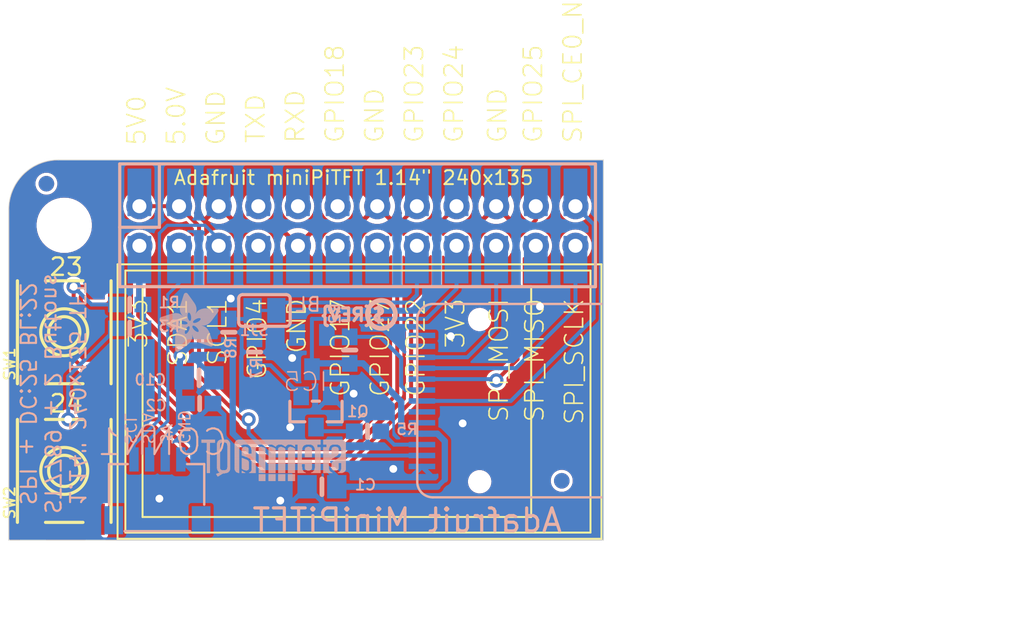
<source format=kicad_pcb>
(kicad_pcb (version 20221018) (generator pcbnew)
  (layers (0 "F.Cu" signal) (31 "B.Cu" signal) (34 "B.Paste" user) (35 "F.Paste" user) (36 "B.SilkS" user "B.Silkscreen") (37 "F.SilkS" user "F.Silkscreen") (38 "B.Mask" user) (39 "F.Mask" user) (44 "Edge.Cuts" user))
  (net 0 "")
  (net 1 "GND")
  (net 2 "3.3V")
  (net 3 "TFT_RST")
  (net 4 "TFT_DC")
  (net 5 "N$1")
  (net 6 "LED_K")
  (net 7 "N$5")
  (net 8 "BACKLIGHT")
  (net 9 "SCLK")
  (net 10 "MOSI")
  (net 11 "TFT_CS")
  (net 12 "5.0V")
  (net 13 "BUTTONB")
  (net 14 "BUTTONA")
  (net 15 "GPIO4")
  (net 16 "GPIO17")
  (net 17 "GPIO27")
  (net 18 "MISO")
  (net 19 "GPIO18")
  (net 20 "RXD")
  (net 21 "TXD")
  (net 22 "SCL")
  (net 23 "SDA")
  (net 24 "GPIO22")
  (footprint "working:EVQ-Q2_SMALLER" (layer "F.Cu") (at 133.0071 112.7506 90)
    (fp_text reference "SW2" (at -3.175 -3.5 90) (layer "F.SilkS") (effects (font (size 0.692831 0.692831) (thickness 0.119969)) (justify left)))
    (fp_text value "")
    (pad "A" smd rect (at -3.1 2 90) (size 2 1.2) (layers "F.Cu" "F.Paste" "F.Mask") (net 13 "BUTTONB"))
    (pad "A'" smd rect (at 3.1 2 90) (size 2 1.2) (layers "F.Cu" "F.Paste" "F.Mask") (net 13 "BUTTONB"))
    (pad "B" smd rect (at -3.1 -2 90) (size 2 1.2) (layers "F.Cu" "F.Paste" "F.Mask") (net 1 "GND"))
    (pad "B'" smd rect (at 3.1 -2 90) (size 2 1.2) (layers "F.Cu" "F.Paste" "F.Mask") (net 1 "GND"))
  )
  (footprint "" (layer "F.Cu") (at 133.0071 97.0026)
    (fp_text reference "@HOLE0" hide)
    (fp_text value "" (at 0 0) (layer "F.SilkS") (effects (font (size 1.27 1.27))))
    (pad "" np_thru_hole circle (at 0 0) (size 3.048 3.048) (drill 3.048) (layers "*.Cu" "*.Mask"))
  )
  (footprint "working:TFT_1.14IN_240X135_WRAPAROUND" (layer "F.Cu") (at 167.4241 108.3056 90)
    (fp_text reference "DISP1" hide)
    (fp_text value "DISP_LCD_GENERIC_SPI_1.14IN_13P" hide)
    (pad "" np_thru_hole circle (at -5.14 -7.8 90) (size 1 1) (drill 1) (layers "*.Cu" "*.Mask"))
    (pad "" np_thru_hole circle (at 5.26 -7.8 90) (size 1 1) (drill 1) (layers "*.Cu" "*.Mask"))
    (pad "1" smd rect (at 4.24 -11.5) (size 1.7 0.35) (layers "B.Cu" "B.Mask"))
    (pad "2" smd rect (at 3.54 -11.5) (size 1.7 0.35) (layers "B.Cu" "B.Mask"))
    (pad "3" smd rect (at 2.84 -11.5) (size 1.7 0.35) (layers "B.Cu" "B.Mask") (net 10 "MOSI"))
    (pad "4" smd rect (at 2.14 -11.5) (size 1.7 0.35) (layers "B.Cu" "B.Mask") (net 9 "SCLK"))
    (pad "5" smd rect (at 1.44 -11.5) (size 1.7 0.35) (layers "B.Cu" "B.Mask") (net 4 "TFT_DC"))
    (pad "6" smd rect (at 0.74 -11.5) (size 1.7 0.35) (layers "B.Cu" "B.Mask") (net 3 "TFT_RST"))
    (pad "7" smd rect (at 0.04 -11.5) (size 1.7 0.35) (layers "B.Cu" "B.Mask") (net 11 "TFT_CS"))
    (pad "8" smd rect (at -0.66 -11.5) (size 1.7 0.35) (layers "B.Cu" "B.Mask") (net 1 "GND"))
    (pad "9" smd rect (at -1.36 -11.5) (size 1.7 0.35) (layers "B.Cu" "B.Mask"))
    (pad "10" smd rect (at -2.06 -11.5) (size 1.7 0.35) (layers "B.Cu" "B.Mask") (net 2 "3.3V"))
    (pad "11" smd rect (at -2.76 -11.5) (size 1.7 0.35) (layers "B.Cu" "B.Mask") (net 6 "LED_K"))
    (pad "12" smd rect (at -3.46 -11.5) (size 1.7 0.35) (layers "B.Cu" "B.Mask") (net 12 "5.0V"))
    (pad "13" smd rect (at -4.16 -11.5) (size 1.7 0.35) (layers "B.Cu" "B.Mask") (net 1 "GND"))
  )
  (footprint "working:FIDUCIAL_1MM" (layer "F.Cu") (at 164.8841 113.3856)
    (fp_text reference "FID2" hide)
    (fp_text value "FIDUCIAL_1MM" hide)
    (pad "1" smd roundrect (at 0 0) (size 1 1) (layers "F.Cu" "F.Mask") (roundrect_rratio 0.5))
  )
  (footprint "working:EVQ-Q2_SMALLER" (layer "F.Cu") (at 133.0071 103.8606 90)
    (fp_text reference "SW1" (at -3.175 -3.5 90) (layer "F.SilkS") (effects (font (size 0.692831 0.692831) (thickness 0.119969)) (justify left)))
    (fp_text value "")
    (pad "A" smd rect (at -3.1 2 90) (size 2 1.2) (layers "F.Cu" "F.Paste" "F.Mask") (net 14 "BUTTONA"))
    (pad "A'" smd rect (at 3.1 2 90) (size 2 1.2) (layers "F.Cu" "F.Paste" "F.Mask") (net 14 "BUTTONA"))
    (pad "B" smd rect (at -3.1 -2 90) (size 2 1.2) (layers "F.Cu" "F.Paste" "F.Mask") (net 1 "GND"))
    (pad "B'" smd rect (at 3.1 -2 90) (size 2 1.2) (layers "F.Cu" "F.Paste" "F.Mask") (net 1 "GND"))
  )
  (footprint "working:FIDUCIAL_1MM" (layer "F.Cu") (at 131.8641 94.3356)
    (fp_text reference "FID1" hide)
    (fp_text value "FIDUCIAL_1MM" hide)
    (pad "1" smd roundrect (at 0 0) (size 1 1) (layers "F.Cu" "F.Mask") (roundrect_rratio 0.5))
  )
  (footprint "working:RASPBERRYPI_2X12_THMSMT" (layer "F.Cu") (at 129.4511 123.5456)
    (fp_text reference "RASPI1" hide)
    (fp_text value "RASPBERRYPI_2X12_THMSMT" hide)
    (fp_text user "SPI_SCLK" (at 35.5476 -21.9334 90) (layer "F.SilkS") (effects (font (size 1.1684 1.1684) (thickness 0.1016)) (justify right top)))
    (fp_text user "GPIO22" (at 25.3876 -21.9334 90) (layer "F.SilkS") (effects (font (size 1.1684 1.1684) (thickness 0.1016)) (justify right top)))
    (fp_text user "GPIO17" (at 20.5616 -21.9334 90) (layer "F.SilkS") (effects (font (size 1.1684 1.1684) (thickness 0.1016)) (justify right top)))
    (fp_text user "SPI_MISO" (at 33.0076 -21.9334 90) (layer "F.SilkS") (effects (font (size 1.1684 1.1684) (thickness 0.1016)) (justify right top)))
    (fp_text user "5V0" (at 8.8776 -31.5854 90) (layer "F.SilkS") (effects (font (size 1.1684 1.1684) (thickness 0.1016)) (justify left bottom)))
    (fp_text user "5.0V" (at 11.4176 -31.5854 90) (layer "F.SilkS") (effects (font (size 1.1684 1.1684) (thickness 0.1016)) (justify left bottom)))
    (fp_text user "SDA1" (at 10.1476 -21.9334 90) (layer "F.SilkS") (effects (font (size 1.1684 1.1684) (thickness 0.1016)) (justify right top)))
    (fp_text user "GPIO24" (at 29.1976 -31.7378 90) (layer "F.SilkS") (effects (font (size 1.1684 1.1684) (thickness 0.1016)) (justify left bottom)))
    (fp_text user "GND" (at 13.9576 -31.5854 90) (layer "F.SilkS") (effects (font (size 1.1684 1.1684) (thickness 0.1016)) (justify left bottom)))
    (fp_text user "GND" (at 31.9916 -31.7378 90) (layer "F.SilkS") (effects (font (size 1.1684 1.1684) (thickness 0.1016)) (justify left bottom)))
    (fp_text user "SCL1" (at 12.6876 -21.9334 90) (layer "F.SilkS") (effects (font (size 1.1684 1.1684) (thickness 0.1016)) (justify right top)))
    (fp_text user "GPIO27" (at 23.1016 -21.9334 90) (layer "F.SilkS") (effects (font (size 1.1684 1.1684) (thickness 0.1016)) (justify right top)))
    (fp_text user "3V3" (at 27.9276 -21.9334 90) (layer "F.SilkS") (effects (font (size 1.1684 1.1684) (thickness 0.1016)) (justify right top)))
    (fp_text user "RXD" (at 19.0376 -31.7378 90) (layer "F.SilkS") (effects (font (size 1.1684 1.1684) (thickness 0.1016)) (justify left bottom)))
    (fp_text user "3V3" (at 7.6076 -21.9334 90) (layer "F.SilkS") (effects (font (size 1.1684 1.1684) (thickness 0.1016)) (justify right top)))
    (fp_text user "GND" (at 17.7676 -21.9334 90) (layer "F.SilkS") (effects (font (size 1.1684 1.1684) (thickness 0.1016)) (justify right top)))
    (fp_text user "SPI_CE0_N" (at 36.8176 -31.7378 90) (layer "F.SilkS") (effects (font (size 1.1684 1.1684) (thickness 0.1016)) (justify left bottom)))
    (fp_text user "TXD" (at 16.4976 -31.7378 90) (layer "F.SilkS") (effects (font (size 1.1684 1.1684) (thickness 0.1016)) (justify left bottom)))
    (fp_text user "GND" (at 24.1176 -31.7378 90) (layer "F.SilkS") (effects (font (size 1.1684 1.1684) (thickness 0.1016)) (justify left bottom)))
    (fp_text user "GPIO23" (at 26.6576 -31.7378 90) (layer "F.SilkS") (effects (font (size 1.1684 1.1684) (thickness 0.1016)) (justify left bottom)))
    (fp_text user "GPIO18" (at 21.5776 -31.7378 90) (layer "F.SilkS") (effects (font (size 1.1684 1.1684) (thickness 0.1016)) (justify left bottom)))
    (fp_text user "GPIO4" (at 15.2276 -21.9334 90) (layer "F.SilkS") (effects (font (size 1.1684 1.1684) (thickness 0.1016)) (justify right top)))
    (fp_text user "SPI_MOSI" (at 30.7216 -21.9334 90) (layer "F.SilkS") (effects (font (size 1.1684 1.1684) (thickness 0.1016)) (justify right top)))
    (fp_text user "GPIO25" (at 34.2776 -31.7378 90) (layer "F.SilkS") (effects (font (size 1.1684 1.1684) (thickness 0.1016)) (justify left bottom)))
    (pad "1" thru_hole circle (at 8.37 -25.23) (size 1.6764 1.6764) (drill 0.9) (layers "*.Cu" "*.Mask") (net 2 "3.3V"))
    (pad "2" thru_hole circle (at 8.37 -27.77) (size 1.6764 1.6764) (drill 0.9) (layers "*.Cu" "*.Mask") (net 12 "5.0V"))
    (pad "3" thru_hole circle (at 10.91 -25.23) (size 1.6764 1.6764) (drill 0.9) (layers "*.Cu" "*.Mask") (net 23 "SDA"))
    (pad "4" thru_hole circle (at 10.91 -27.77) (size 1.6764 1.6764) (drill 0.9) (layers "*.Cu" "*.Mask") (net 12 "5.0V"))
    (pad "5" thru_hole circle (at 13.45 -25.23) (size 1.6764 1.6764) (drill 0.9) (layers "*.Cu" "*.Mask") (net 22 "SCL"))
    (pad "6" thru_hole circle (at 13.45 -27.77) (size 1.6764 1.6764) (drill 0.9) (layers "*.Cu" "*.Mask") (net 1 "GND"))
    (pad "7" thru_hole circle (at 15.99 -25.23) (size 1.6764 1.6764) (drill 0.9) (layers "*.Cu" "*.Mask") (net 15 "GPIO4"))
    (pad "8" thru_hole circle (at 15.99 -27.77) (size 1.6764 1.6764) (drill 0.9) (layers "*.Cu" "*.Mask") (net 21 "TXD"))
    (pad "9" thru_hole circle (at 18.53 -25.23) (size 1.6764 1.6764) (drill 0.9) (layers "*.Cu" "*.Mask") (net 1 "GND"))
    (pad "10" thru_hole circle (at 18.53 -27.77) (size 1.6764 1.6764) (drill 0.9) (layers "*.Cu" "*.Mask") (net 20 "RXD"))
    (pad "11" thru_hole circle (at 21.07 -25.23) (size 1.6764 1.6764) (drill 0.9) (layers "*.Cu" "*.Mask") (net 16 "GPIO17"))
    (pad "12" thru_hole circle (at 21.07 -27.77) (size 1.6764 1.6764) (drill 0.9) (layers "*.Cu" "*.Mask") (net 19 "GPIO18"))
    (pad "13" thru_hole circle (at 23.61 -25.23) (size 1.6764 1.6764) (drill 0.9) (layers "*.Cu" "*.Mask") (net 17 "GPIO27"))
    (pad "14" thru_hole circle (at 23.61 -27.77) (size 1.6764 1.6764) (drill 0.9) (layers "*.Cu" "*.Mask") (net 1 "GND"))
    (pad "15" thru_hole circle (at 26.15 -25.23) (size 1.6764 1.6764) (drill 0.9) (layers "*.Cu" "*.Mask") (net 24 "GPIO22"))
    (pad "16" thru_hole circle (at 26.15 -27.77) (size 1.6764 1.6764) (drill 0.9) (layers "*.Cu" "*.Mask") (net 14 "BUTTONA"))
    (pad "17" thru_hole circle (at 28.69 -25.23) (size 1.6764 1.6764) (drill 0.9) (layers "*.Cu" "*.Mask") (net 2 "3.3V"))
    (pad "18" thru_hole circle (at 28.69 -27.77) (size 1.6764 1.6764) (drill 0.9) (layers "*.Cu" "*.Mask") (net 13 "BUTTONB"))
    (pad "19" thru_hole circle (at 31.23 -25.23) (size 1.6764 1.6764) (drill 0.9) (layers "*.Cu" "*.Mask") (net 10 "MOSI"))
    (pad "20" thru_hole circle (at 31.23 -27.77) (size 1.6764 1.6764) (drill 0.9) (layers "*.Cu" "*.Mask") (net 1 "GND"))
    (pad "21" thru_hole circle (at 33.77 -25.23) (size 1.6764 1.6764) (drill 0.9) (layers "*.Cu" "*.Mask") (net 18 "MISO"))
    (pad "22" thru_hole circle (at 33.77 -27.77) (size 1.6764 1.6764) (drill 0.9) (layers "*.Cu" "*.Mask") (net 4 "TFT_DC"))
    (pad "23" thru_hole circle (at 36.31 -25.23) (size 1.6764 1.6764) (drill 0.9) (layers "*.Cu" "*.Mask") (net 9 "SCLK"))
    (pad "24" thru_hole circle (at 36.31 -27.77) (size 1.6764 1.6764) (drill 0.9) (layers "*.Cu" "*.Mask") (net 11 "TFT_CS"))
    (pad "S1" smd rect (at 8.3696 -24.3394 270) (size 3.048 1.524) (layers "B.Cu" "B.Mask"))
    (pad "S2" smd rect (at 8.3696 -28.6574 270) (size 3.048 1.524) (layers "B.Cu" "B.Mask"))
    (pad "S3" smd rect (at 10.9096 -24.3394 90) (size 3.048 1.524) (layers "B.Cu" "B.Mask"))
    (pad "S4" smd rect (at 10.9096 -28.6574 270) (size 3.048 1.524) (layers "B.Cu" "B.Mask"))
    (pad "S5" smd rect (at 13.4496 -24.3394 90) (size 3.048 1.524) (layers "B.Cu" "B.Mask"))
    (pad "S6" smd rect (at 13.4496 -28.6574 270) (size 3.048 1.524) (layers "B.Cu" "B.Mask"))
    (pad "S7" smd rect (at 15.9896 -24.3394 90) (size 3.048 1.524) (layers "B.Cu" "B.Mask"))
    (pad "S8" smd rect (at 15.9896 -28.6574 270) (size 3.048 1.524) (layers "B.Cu" "B.Mask"))
    (pad "S9" smd rect (at 18.5296 -24.3394 90) (size 3.048 1.524) (layers "B.Cu" "B.Mask"))
    (pad "S10" smd rect (at 18.5296 -28.6574 270) (size 3.048 1.524) (layers "B.Cu" "B.Mask"))
    (pad "S11" smd rect (at 21.0696 -24.3394 90) (size 3.048 1.524) (layers "B.Cu" "B.Mask"))
    (pad "S12" smd rect (at 21.0696 -28.6574 270) (size 3.048 1.524) (layers "B.Cu" "B.Mask"))
    (pad "S13" smd rect (at 23.6096 -24.3394 90) (size 3.048 1.524) (layers "B.Cu" "B.Mask"))
    (pad "S14" smd rect (at 23.6096 -28.6574 270) (size 3.048 1.524) (layers "B.Cu" "B.Mask"))
    (pad "S15" smd rect (at 26.1496 -24.3394 90) (size 3.048 1.524) (layers "B.Cu" "B.Mask"))
    (pad "S16" smd rect (at 26.1496 -28.6574 270) (size 3.048 1.524) (layers "B.Cu" "B.Mask"))
    (pad "S17" smd rect (at 28.6896 -24.3394 90) (size 3.048 1.524) (layers "B.Cu" "B.Mask"))
    (pad "S18" smd rect (at 28.6896 -28.6574 270) (size 3.048 1.524) (layers "B.Cu" "B.Mask"))
    (pad "S19" smd rect (at 31.2296 -24.3394 90) (size 3.048 1.524) (layers "B.Cu" "B.Mask"))
    (pad "S20" smd rect (at 31.2296 -28.6574 270) (size 3.048 1.524) (layers "B.Cu" "B.Mask"))
    (pad "S21" smd rect (at 33.7696 -24.3394 90) (size 3.048 1.524) (layers "B.Cu" "B.Mask"))
    (pad "S22" smd rect (at 33.7696 -28.6574 270) (size 3.048 1.524) (layers "B.Cu" "B.Mask"))
    (pad "S23" smd rect (at 36.3096 -24.3394 90) (size 3.048 1.524) (layers "B.Cu" "B.Mask"))
    (pad "S24" smd rect (at 36.3096 -28.6574 270) (size 3.048 1.524) (layers "B.Cu" "B.Mask"))
  )
  (footprint "working:0603-NO" (layer "B.Cu") (at 152.4381 110.2106)
    (fp_text reference "R5" (at 1.778 -0.127) (layer "B.SilkS") (effects (font (size 0.692831 0.692831) (thickness 0.119969)) (justify right mirror)))
    (fp_text value "22")
    (pad "1" smd rect (at -0.85 0) (size 1.075 1) (layers "B.Cu" "B.Paste" "B.Mask") (net 7 "N$5"))
    (pad "2" smd rect (at 0.85 0) (size 1.075 1) (layers "B.Cu" "B.Paste" "B.Mask") (net 6 "LED_K"))
  )
  (footprint "working:0603-NO" (layer "B.Cu") (at 145.1991 105.1306 -90)
    (fp_text reference "R7" (at 1.778 -0.127 -270) (layer "B.SilkS") (effects (font (size 0.692831 0.692831) (thickness 0.119969)) (justify right mirror)))
    (fp_text value "1K")
    (pad "1" smd rect (at -0.85 0 270) (size 1.075 1) (layers "B.Cu" "B.Paste" "B.Mask") (net 8 "BACKLIGHT"))
    (pad "2" smd rect (at 0.85 0 270) (size 1.075 1) (layers "B.Cu" "B.Paste" "B.Mask") (net 5 "N$1"))
  )
  (footprint "working:0603-NO" (layer "B.Cu") (at 151.2951 105.0036 -90)
    (fp_text reference "R2" (at -1.5875 0.9525 -270) (layer "B.SilkS") (effects (font (size 0.692831 0.692831) (thickness 0.119969)) (justify right mirror)))
    (fp_text value "10K")
    (pad "1" smd rect (at -0.85 0 270) (size 1.075 1) (layers "B.Cu" "B.Paste" "B.Mask") (net 3 "TFT_RST"))
    (pad "2" smd rect (at 0.85 0 270) (size 1.075 1) (layers "B.Cu" "B.Paste" "B.Mask") (net 2 "3.3V"))
  )
  (footprint "working:0603-NO" (layer "B.Cu") (at 143.5481 103.8606 -90)
    (fp_text reference "R8" (at 1.778 -0.127 -270) (layer "B.SilkS") (effects (font (size 0.692831 0.692831) (thickness 0.119969)) (justify right mirror)))
    (fp_text value "10K")
    (pad "1" smd rect (at -0.85 0 270) (size 1.075 1) (layers "B.Cu" "B.Paste" "B.Mask") (net 8 "BACKLIGHT"))
    (pad "2" smd rect (at 0.85 0 270) (size 1.075 1) (layers "B.Cu" "B.Paste" "B.Mask") (net 2 "3.3V"))
  )
  (footprint "working:STEMMAQT" (layer "B.Cu") (at 151.0411 113.3856 180)
    (fp_text reference "U$15" hide)
    (fp_text value "" hide)
  )
  (footprint "working:0603-NO" (layer "B.Cu") (at 141.6821 108.4326 180)
    (fp_text reference "C2" (at 2.032 -0.127) (layer "B.SilkS") (effects (font (size 0.692831 0.692831) (thickness 0.119969)) (justify left mirror)))
    (fp_text value "1uF")
    (pad "1" smd rect (at -0.85 0 180) (size 1.075 1) (layers "B.Cu" "B.Paste" "B.Mask") (net 1 "GND"))
    (pad "2" smd rect (at 0.85 0 180) (size 1.075 1) (layers "B.Cu" "B.Paste" "B.Mask") (net 2 "3.3V"))
  )
  (footprint "working:JST_SH4" (layer "B.Cu") (at 138.9761 114.5286 180)
    (fp_text reference "CONN1" (at -4.6 3.614) (layer "B.SilkS") (effects (font (size 1.647139 1.647139) (thickness 0.130861)) (justify left mirror)))
    (fp_text value "STEMMA_I2C_QT" hide)
    (pad "1" smd rect (at -1.5 2.514 90) (size 1.55 0.6) (layers "B.Cu" "B.Paste" "B.Mask") (net 1 "GND"))
    (pad "2" smd rect (at -0.5 2.514 90) (size 1.55 0.6) (layers "B.Cu" "B.Paste" "B.Mask") (net 2 "3.3V"))
    (pad "3" smd rect (at 0.5 2.514 90) (size 1.55 0.6) (layers "B.Cu" "B.Paste" "B.Mask") (net 23 "SDA"))
    (pad "4" smd rect (at 1.5 2.514 90) (size 1.55 0.6) (layers "B.Cu" "B.Paste" "B.Mask") (net 22 "SCL"))
    (pad "MT1" smd rect (at -2.8 -1.386 90) (size 1.8 1.2) (layers "B.Cu" "B.Paste" "B.Mask"))
    (pad "MT2" smd rect (at 2.8 -1.386 90) (size 1.8 1.2) (layers "B.Cu" "B.Paste" "B.Mask"))
  )
  (footprint "working:0805-NO" (layer "B.Cu") (at 149.5171 113.7666)
    (fp_text reference "C1" (at 2.032 -0.127) (layer "B.SilkS") (effects (font (size 0.692831 0.692831) (thickness 0.119969)) (justify right mirror)))
    (fp_text value "10uF")
    (pad "1" smd rect (at -0.95 0) (size 1.24 1.5) (layers "B.Cu" "B.Paste" "B.Mask") (net 1 "GND"))
    (pad "2" smd rect (at 0.95 0) (size 1.24 1.5) (layers "B.Cu" "B.Paste" "B.Mask") (net 2 "3.3V"))
  )
  (footprint "working:SOLDERJUMPER_CLOSEDWIRE" (layer "B.Cu") (at 145.8341 102.4636)
    (fp_text reference "SJ1" (at -1.651 1.27) (layer "B.SilkS") (effects (font (size 0.692831 0.692831) (thickness 0.119969)) (justify right mirror)))
    (fp_text value "")
    (pad "1" smd rect (at -0.762 0) (size 1.1684 1.6002) (layers "B.Cu") (net 8 "BACKLIGHT"))
    (pad "2" smd rect (at 0.762 0) (size 1.1684 1.6002) (layers "B.Cu") (net 24 "GPIO22"))
    (pad "WIRE" smd rect (at 0 0 180) (size 0.635 0.2032) (layers "B.Cu"))
  )
  (footprint "working:PCBFEAT-REV-040" (layer "B.Cu") (at 153.3271 102.7176 180)
    (fp_text reference "U$6" hide)
    (fp_text value "" hide)
    (fp_text user "${REV}" (at -0.3556 -0.508) (layer "B.SilkS") (effects (font (size 0.8128 0.8128) (thickness 0.2032)) (justify left bottom mirror)))
  )
  (footprint "working:FIDUCIAL_1MM" (layer "B.Cu") (at 131.8641 94.3356 180)
    (fp_text reference "FID4" hide)
    (fp_text value "FIDUCIAL_1MM" hide)
    (pad "1" smd roundrect (at 0 0 180) (size 1 1) (layers "B.Cu" "B.Mask") (roundrect_rratio 0.5))
  )
  (footprint "working:0603-NO" (layer "B.Cu") (at 137.1981 102.0826)
    (fp_text reference "R1" (at 1.778 -0.127) (layer "B.SilkS") (effects (font (size 0.692831 0.692831) (thickness 0.119969)) (justify right mirror)))
    (fp_text value "10K")
    (pad "1" smd rect (at -0.85 0) (size 1.075 1) (layers "B.Cu" "B.Paste" "B.Mask") (net 14 "BUTTONA"))
    (pad "2" smd rect (at 0.85 0) (size 1.075 1) (layers "B.Cu" "B.Paste" "B.Mask") (net 2 "3.3V"))
  )
  (footprint "working:0805-NO" (layer "B.Cu") (at 141.6431 106.7816 180)
    (fp_text reference "C10" (at 2.032 -0.127) (layer "B.SilkS") (effects (font (size 0.692831 0.692831) (thickness 0.119969)) (justify left mirror)))
    (fp_text value "10uF")
    (pad "1" smd rect (at -0.95 0 180) (size 1.24 1.5) (layers "B.Cu" "B.Paste" "B.Mask") (net 1 "GND"))
    (pad "2" smd rect (at 0.95 0 180) (size 1.24 1.5) (layers "B.Cu" "B.Paste" "B.Mask") (net 2 "3.3V"))
  )
  (footprint "working:SOT23-WIDE" (layer "B.Cu") (at 149.1361 108.9406)
    (fp_text reference "Q1" (at 1.905 0) (layer "B.SilkS") (effects (font (size 0.692831 0.692831) (thickness 0.119969)) (justify right mirror)))
    (fp_text value "MMBT2222")
    (pad "1" smd rect (at -0.95 -1) (size 1 1.2) (layers "B.Cu" "B.Paste" "B.Mask") (net 5 "N$1"))
    (pad "2" smd rect (at 0.95 -1) (size 1 1.2) (layers "B.Cu" "B.Paste" "B.Mask") (net 1 "GND"))
    (pad "3" smd rect (at 0 1) (size 1 1.2) (layers "B.Cu" "B.Paste" "B.Mask") (net 7 "N$5"))
  )
  (footprint "working:SOT23" (layer "B.Cu") (at 148.8821 105.1306)
    (fp_text reference "IC5" (at -1.905 1.905) (layer "B.SilkS") (effects (font (size 1.176528 1.176528) (thickness 0.093472)) (justify right mirror)))
    (fp_text value "APX803")
    (pad "1" smd rect (at -0.95 -1.1) (size 1 1.4) (layers "B.Cu" "B.Paste" "B.Mask") (net 1 "GND"))
    (pad "2" smd rect (at 0.95 -1.1) (size 1 1.4) (layers "B.Cu" "B.Paste" "B.Mask") (net 3 "TFT_RST"))
    (pad "3" smd rect (at 0 1.1) (size 1 1.4) (layers "B.Cu" "B.Paste" "B.Mask") (net 2 "3.3V"))
  )
  (footprint "working:0603-NO" (layer "B.Cu") (at 137.1981 103.6066)
    (fp_text reference "R3" (at 1.778 -0.127) (layer "B.SilkS") (effects (font (size 0.692831 0.692831) (thickness 0.119969)) (justify right mirror)))
    (fp_text value "10K")
    (pad "1" smd rect (at -0.85 0) (size 1.075 1) (layers "B.Cu" "B.Paste" "B.Mask") (net 13 "BUTTONB"))
    (pad "2" smd rect (at 0.85 0) (size 1.075 1) (layers "B.Cu" "B.Paste" "B.Mask") (net 2 "3.3V"))
  )
  (footprint "working:ADAFRUIT_3.5MM" (layer "B.Cu") (at 142.9131 105.1306 180)
    (fp_text reference "U$4" hide)
    (fp_text value "MICROSD" hide)
  )
  (footprint "working:FIDUCIAL_1MM" (layer "B.Cu") (at 164.8841 113.3856 180)
    (fp_text reference "FID3" hide)
    (fp_text value "FIDUCIAL_1MM" hide)
    (pad "1" smd roundrect (at 0 0 180) (size 1 1) (layers "B.Cu" "B.Mask") (roundrect_rratio 0.5))
  )
  (gr_arc (start 129.4511 95.9866) (mid 130.381036 93.741536) (end 132.6261 92.8116) (stroke (width 0.05)) (layer "Edge.Cuts"))
  (gr_line (start 132.6261 92.8116) (end 167.5511 92.8116) (stroke (width 0.05)) (layer "Edge.Cuts"))
  (gr_line (start 129.4511 117.1956) (end 129.4511 95.9866) (stroke (width 0.05)) (layer "Edge.Cuts"))
  (gr_line (start 167.5511 117.1956) (end 167.5511 92.8116) (stroke (width 0.05)) (layer "Edge.Cuts"))
  (gr_line (start 129.4511 117.1956) (end 167.5511 117.1956) (stroke (width 0.05)) (layer "Edge.Cuts"))
  (gr_text "1.14\" 240x135 TFT\nST7789 + 2 Buttons\nSPI + DC:25 BL:22" (at 132.2451 107.7976 -90) (layer "B.SilkS") (effects (font (size 0.983488 0.983488) (thickness 0.134112)) (justify mirror)))
  (gr_text "GND" (at 140.2461 111.0996 -90) (layer "B.SilkS") (effects (font (size 0.715264 0.715264) (thickness 0.097536)) (justify left bottom mirror)))
  (gr_text "3V" (at 139.1031 111.0996 -90) (layer "B.SilkS") (effects (font (size 0.715264 0.715264) (thickness 0.097536)) (justify left bottom mirror)))
  (gr_text "SCL" (at 136.8171 111.0996 -90) (layer "B.SilkS") (effects (font (size 0.715264 0.715264) (thickness 0.097536)) (justify left bottom mirror)))
  (gr_text "Adafruit MiniPiTFT" (at 154.9781 115.9256) (layer "B.SilkS") (effects (font (size 1.475232 1.475232) (thickness 0.201168)) (justify mirror)))
  (gr_text "BL" (at 148.6281 102.0826) (layer "B.SilkS") (effects (font (size 0.89408 0.89408) (thickness 0.12192)) (justify mirror)))
  (gr_text "SDA" (at 137.9601 111.0996 -90) (layer "B.SilkS") (effects (font (size 0.715264 0.715264) (thickness 0.097536)) (justify left bottom mirror)))
  (gr_text "23" (at 133.1341 99.6696) (layer "F.SilkS") (effects (font (size 1.1176 1.1176) (thickness 0.1524))))
  (gr_text "Adafruit miniPiTFT 1.14\" 240x135" (at 151.5491 93.9546) (layer "F.SilkS") (effects (font (size 0.89408 0.89408) (thickness 0.12192))))
  (gr_text "24" (at 133.1341 108.4326) (layer "F.SilkS") (effects (font (size 1.1176 1.1176) (thickness 0.1524))))
  (via (at 158.5341 109.7026) (size 0.9064) (drill 0.5) (layers "F.Cu" "B.Cu") (net 1))
  (via (at 147.4851 109.9566) (size 0.9064) (drill 0.5) (layers "F.Cu" "B.Cu") (net 1))
  (via (at 147.6121 105.5116) (size 0.9064) (drill 0.5) (layers "F.Cu" "B.Cu") (net 1))
  (via (at 157.7721 104.1146) (size 0.9064) (drill 0.5) (layers "F.Cu" "B.Cu") (net 1))
  (via (at 151.5491 107.7976) (size 0.9064) (drill 0.5) (layers "F.Cu" "B.Cu") (net 1))
  (via (at 143.6751 101.7016) (size 0.9064) (drill 0.5) (layers "F.Cu" "B.Cu") (net 1))
  (via (at 163.4871 102.2096) (size 0.9064) (drill 0.5) (layers "F.Cu" "B.Cu") (net 1))
  (via (at 154.0891 112.6236) (size 0.9064) (drill 0.5) (layers "F.Cu" "B.Cu") (net 1))
  (via (at 146.8501 114.6556) (size 0.9064) (drill 0.5) (layers "F.Cu" "B.Cu") (net 1))
  (via (at 139.1031 114.5286) (size 0.9064) (drill 0.5) (layers "F.Cu" "B.Cu") (net 1))
  (segment (start 137.8211 98.3156) (end 137.8211 102.7546) (width 0.4064) (layer "F.Cu") (net 2))
  (segment (start 137.8211 102.7546) (end 140.4121 105.3456) (width 0.4064) (layer "F.Cu") (net 2))
  (via (at 140.4121 105.3456) (size 0.8001) (drill 0.3937) (layers "F.Cu" "B.Cu") (net 2))
  (segment (start 154.5971 110.122625) (end 154.5971 108.3056) (width 0.4064) (layer "B.Cu") (net 2))
  (segment (start 140.6931 106.7816) (end 140.3651 107.1096) (width 0.4064) (layer "B.Cu") (net 2))
  (segment (start 143.8021 110.3376) (end 145.9611 112.4966) (width 0.4064) (layer "B.Cu") (net 2))
  (segment (start 140.3651 107.1096) (end 140.3651 108.4326) (width 0.4064) (layer "B.Cu") (net 2))
  (segment (start 156.2193 103.0004) (end 148.8749 103.0004) (width 0.254) (layer "B.Cu") (net 2))
  (segment (start 158.1411 101.0786) (end 156.2193 103.0004) (width 0.254) (layer "B.Cu") (net 2))
  (segment (start 157.3911 113.2976) (end 157.3911 110.8456) (width 0.4064) (layer "B.Cu") (net 2))
  (segment (start 140.3651 109.8556) (end 139.4761 110.7446) (width 0.4064) (layer "B.Cu") (net 2))
  (segment (start 152.1451 105.8536) (end 151.2951 105.8536) (width 0.4064) (layer "B.Cu") (net 2))
  (segment (start 143.5481 104.7106) (end 141.0471 104.7106) (width 0.4064) (layer "B.Cu") (net 2))
  (segment (start 140.4121 105.3456) (end 140.4121 106.7816) (width 0.4064) (layer "B.Cu") (net 2))
  (segment (start 151.2951 105.8536) (end 148.9629 105.8536) (width 0.4064) (layer "B.Cu") (net 2))
  (segment (start 145.9611 112.4966) (end 149.7711 112.4966) (width 0.4064) (layer "B.Cu") (net 2))
  (segment (start 148.8749 105.7656) (end 148.8749 103.0004) (width 0.254) (layer "B.Cu") (net 2))
  (segment (start 156.9221 113.7666) (end 150.4671 113.7666) (width 0.4064) (layer "B.Cu") (net 2))
  (segment (start 140.3651 108.4326) (end 140.3651 109.8556) (width 0.4064) (layer "B.Cu") (net 2))
  (segment (start 157.3911 113.2976) (end 156.9221 113.7666) (width 0.3048) (layer "B.Cu") (net 2))
  (segment (start 158.1411 98.3156) (end 158.1411 101.0786) (width 0.254) (layer "B.Cu") (net 2))
  (segment (start 140.6931 106.7816) (end 140.4121 106.7816) (width 0.254) (layer "B.Cu") (net 2))
  (segment (start 157.3911 110.8456) (end 156.9111 110.3656) (width 0.4064) (layer "B.Cu") (net 2))
  (segment (start 137.8211 98.3156) (end 137.8211 101.8556) (width 0.4064) (layer "B.Cu") (net 2))
  (segment (start 143.8021 104.9646) (end 143.8021 110.3376) (width 0.4064) (layer "B.Cu") (net 2))
  (segment (start 148.8749 106.2234) (end 148.8749 105.7656) (width 0.254) (layer "B.Cu") (net 2))
  (segment (start 137.8211 101.8556) (end 138.0481 102.0826) (width 0.254) (layer "B.Cu") (net 2))
  (segment (start 154.840075 110.3656) (end 155.9241 110.3656) (width 0.4064) (layer "B.Cu") (net 2))
  (segment (start 138.0481 102.0826) (end 138.0481 103.6066) (width 0.4064) (layer "B.Cu") (net 2))
  (segment (start 140.8321 108.4326) (end 140.3651 108.4326) (width 0.4064) (layer "B.Cu") (net 2))
  (segment (start 148.8821 106.2306) (end 148.8749 106.2234) (width 0.254) (layer "B.Cu") (net 2))
  (segment (start 139.4761 112.0146) (end 139.4761 110.7446) (width 0.4064) (layer "B.Cu") (net 2))
  (segment (start 154.840075 110.3656) (end 154.5971 110.122625) (width 0.4064) (layer "B.Cu") (net 2))
  (segment (start 150.4671 113.7666) (end 150.4671 113.1926) (width 0.2032) (layer "B.Cu") (net 2))
  (segment (start 154.5971 108.3056) (end 152.1451 105.8536) (width 0.4064) (layer "B.Cu") (net 2))
  (segment (start 148.9629 105.8536) (end 148.8749 105.7656) (width 0.4064) (layer "B.Cu") (net 2))
  (segment (start 150.4671 113.1926) (end 149.7711 112.4966) (width 0.4064) (layer "B.Cu") (net 2))
  (segment (start 156.9111 110.3656) (end 155.9241 110.3656) (width 0.4064) (layer "B.Cu") (net 2))
  (segment (start 141.0471 104.7106) (end 140.4121 105.3456) (width 0.4064) (layer "B.Cu") (net 2))
  (segment (start 143.5481 104.7106) (end 143.8021 104.9646) (width 0.4064) (layer "B.Cu") (net 2))
  (segment (start 149.9551 104.1536) (end 149.8321 104.0306) (width 0.254) (layer "B.Cu") (net 3))
  (segment (start 151.2951 104.1536) (end 149.9551 104.1536) (width 0.254) (layer "B.Cu") (net 3))
  (segment (start 153.2391 104.1536) (end 151.2951 104.1536) (width 0.254) (layer "B.Cu") (net 3))
  (segment (start 154.5971 107.2896) (end 154.5971 105.5116) (width 0.254) (layer "B.Cu") (net 3))
  (segment (start 154.5971 105.5116) (end 153.2391 104.1536) (width 0.254) (layer "B.Cu") (net 3))
  (segment (start 154.8731 107.5656) (end 154.5971 107.2896) (width 0.254) (layer "B.Cu") (net 3))
  (segment (start 155.9241 107.5656) (end 154.8731 107.5656) (width 0.254) (layer "B.Cu") (net 3))
  (segment (start 162.0527 97.831632) (end 163.2211 96.663232) (width 0.254) (layer "F.Cu") (net 4))
  (segment (start 160.6931 106.949) (end 162.0527 105.5894) (width 0.254) (layer "F.Cu") (net 4))
  (segment (start 162.0527 105.5894) (end 162.0527 97.831632) (width 0.254) (layer "F.Cu") (net 4))
  (segment (start 163.2211 96.663232) (end 163.2211 95.7756) (width 0.254) (layer "F.Cu") (net 4))
  (via (at 160.6931 106.949) (size 0.9064) (drill 0.5) (layers "F.Cu" "B.Cu") (net 4))
  (segment (start 155.9241 106.8656) (end 160.6097 106.8656) (width 0.254) (layer "B.Cu") (net 4))
  (segment (start 160.6097 106.8656) (end 160.6931 106.949) (width 0.254) (layer "B.Cu") (net 4))
  (segment (start 145.1991 105.9806) (end 146.2261 105.9806) (width 0.254) (layer "B.Cu") (net 5))
  (segment (start 146.2261 105.9806) (end 148.1861 107.9406) (width 0.254) (layer "B.Cu") (net 5))
  (segment (start 153.2881 110.2106) (end 154.1431 111.0656) (width 0.254) (layer "B.Cu") (net 6))
  (segment (start 155.9241 111.0656) (end 154.1431 111.0656) (width 0.254) (layer "B.Cu") (net 6))
  (segment (start 149.4061 110.2106) (end 149.1361 109.9406) (width 0.254) (layer "B.Cu") (net 7))
  (segment (start 151.5881 110.2106) (end 149.4061 110.2106) (width 0.254) (layer "B.Cu") (net 7))
  (segment (start 145.1991 104.2806) (end 145.1991 103.0106) (width 0.254) (layer "B.Cu") (net 8))
  (segment (start 145.0721 102.4636) (end 145.0721 104.1536) (width 0.254) (layer "B.Cu") (net 8))
  (segment (start 145.1991 103.0106) (end 143.5481 103.0106) (width 0.254) (layer "B.Cu") (net 8))
  (segment (start 145.1991 104.2806) (end 145.0721 104.1536) (width 0.254) (layer "B.Cu") (net 8))
  (segment (start 165.7611 102.3486) (end 161.9441 106.1656) (width 0.254) (layer "B.Cu") (net 9))
  (segment (start 165.7611 98.3156) (end 165.7611 102.3486) (width 0.254) (layer "B.Cu") (net 9))
  (segment (start 161.9441 106.1656) (end 155.9241 106.1656) (width 0.254) (layer "B.Cu") (net 9))
  (segment (start 160.6811 103.6186) (end 160.6811 98.3156) (width 0.254) (layer "B.Cu") (net 10))
  (segment (start 158.8341 105.4656) (end 160.6811 103.6186) (width 0.254) (layer "B.Cu") (net 10))
  (segment (start 155.9241 105.4656) (end 158.8341 105.4656) (width 0.254) (layer "B.Cu") (net 10))
  (segment (start 165.7611 95.7756) (end 166.9295 96.944) (width 0.254) (layer "B.Cu") (net 11))
  (segment (start 166.9295 96.944) (end 166.9295 102.9582) (width 0.254) (layer "B.Cu") (net 11))
  (segment (start 155.9241 108.2656) (end 161.6221 108.2656) (width 0.254) (layer "B.Cu") (net 11))
  (segment (start 166.9295 102.9582) (end 161.6221 108.2656) (width 0.254) (layer "B.Cu") (net 11))
  (segment (start 140.3611 95.7756) (end 137.8211 95.7756) (width 0.254) (layer "F.Cu") (net 12))
  (segment (start 144.8181 109.4486) (end 144.4371 109.4486) (width 0.254) (layer "F.Cu") (net 12))
  (segment (start 141.6431 97.0576) (end 140.3611 95.7756) (width 0.254) (layer "F.Cu") (net 12))
  (segment (start 144.4371 109.4486) (end 141.6431 106.6546) (width 0.254) (layer "F.Cu") (net 12))
  (segment (start 141.6431 106.6546) (end 141.6431 97.0576) (width 0.254) (layer "F.Cu") (net 12))
  (via (at 144.8181 109.4486) (size 0.9064) (drill 0.5) (layers "F.Cu" "B.Cu") (net 12))
  (segment (start 155.9241 111.7656) (end 146.2461 111.7656) (width 0.254) (layer "B.Cu") (net 12))
  (segment (start 146.2461 111.7656) (end 144.8181 110.3376) (width 0.254) (layer "B.Cu") (net 12))
  (segment (start 144.8181 109.4486) (end 144.8181 110.3376) (width 0.254) (layer "B.Cu") (net 12))
  (segment (start 156.8831 97.0336) (end 158.1411 95.7756) (width 0.254) (layer "F.Cu") (net 13))
  (segment (start 141.8971 112.3696) (end 151.1681 112.3696) (width 0.254) (layer "F.Cu") (net 13))
  (segment (start 155.2321 102.5906) (end 156.8831 100.9396) (width 0.254) (layer "F.Cu") (net 13))
  (segment (start 156.8831 100.9396) (end 156.8831 97.0336) (width 0.254) (layer "F.Cu") (net 13))
  (segment (start 155.2321 108.3056) (end 155.2321 102.5906) (width 0.254) (layer "F.Cu") (net 13))
  (segment (start 135.0071 109.6506) (end 134.8051 109.4486) (width 0.254) (layer "F.Cu") (net 13))
  (segment (start 151.1681 112.3696) (end 155.2321 108.3056) (width 0.254) (layer "F.Cu") (net 13))
  (segment (start 135.0071 109.6506) (end 135.0071 115.8506) (width 0.254) (layer "F.Cu") (net 13))
  (segment (start 134.8051 109.4486) (end 133.2611 109.4486) (width 0.254) (layer "F.Cu") (net 13))
  (segment (start 138.9761 109.4486) (end 141.8971 112.3696) (width 0.254) (layer "F.Cu") (net 13))
  (segment (start 133.2611 109.4486) (end 138.9761 109.4486) (width 0.254) (layer "F.Cu") (net 13))
  (via (at 133.2611 109.4486) (size 0.9064) (drill 0.5) (layers "F.Cu" "B.Cu") (net 13))
  (segment (start 136.3481 103.6066) (end 133.2611 106.6936) (width 0.254) (layer "B.Cu") (net 13))
  (segment (start 133.2611 106.6936) (end 133.2611 109.4486) (width 0.254) (layer "B.Cu") (net 13))
  (segment (start 133.6101 100.9396) (end 134.8281 100.9396) (width 0.254) (layer "F.Cu") (net 14))
  (segment (start 135.0071 100.7606) (end 134.8281 100.9396) (width 0.254) (layer "F.Cu") (net 14))
  (segment (start 143.0081 111.3536) (end 138.8491 107.1946) (width 0.254) (layer "F.Cu") (net 14))
  (segment (start 154.3431 97.0336) (end 154.3431 107.7976) (width 0.254) (layer "F.Cu") (net 14))
  (segment (start 138.8491 107.1626) (end 138.6471 106.9606) (width 0.254) (layer "F.Cu") (net 14))
  (segment (start 155.6011 95.7756) (end 154.3431 97.0336) (width 0.254) (layer "F.Cu") (net 14))
  (segment (start 154.3431 107.7976) (end 150.7871 111.3536) (width 0.254) (layer "F.Cu") (net 14))
  (segment (start 138.6471 106.9606) (end 135.0071 106.9606) (width 0.254) (layer "F.Cu") (net 14))
  (segment (start 150.7871 111.3536) (end 143.0081 111.3536) (width 0.254) (layer "F.Cu") (net 14))
  (segment (start 138.8491 107.1946) (end 138.8491 107.1626) (width 0.254) (layer "F.Cu") (net 14))
  (segment (start 135.0071 106.9606) (end 133.6101 105.5636) (width 0.254) (layer "F.Cu") (net 14))
  (segment (start 133.6101 100.9396) (end 133.6101 105.5636) (width 0.254) (layer "F.Cu") (net 14))
  (via (at 133.6101 100.9396) (size 0.9064) (drill 0.5) (layers "F.Cu" "B.Cu") (net 14))
  (segment (start 136.3481 102.0826) (end 134.7531 102.0826) (width 0.254) (layer "B.Cu") (net 14))
  (segment (start 134.7531 102.0826) (end 133.6101 100.9396) (width 0.254) (layer "B.Cu") (net 14))
  (segment (start 139.1031 97.5106) (end 139.6111 97.0026) (width 0.2032) (layer "B.Cu") (net 22))
  (segment (start 139.1031 109.4486) (end 139.1031 97.5106) (width 0.2032) (layer "B.Cu") (net 22))
  (segment (start 142.9011 98.3156) (end 142.9011 97.8796) (width 0.2032) (layer "B.Cu") (net 22))
  (segment (start 137.4761 111.0756) (end 139.1031 109.4486) (width 0.2032) (layer "B.Cu") (net 22))
  (segment (start 142.0876 97.0661) (end 142.1511 97.1296) (width 0.2032) (layer "B.Cu") (net 22))
  (segment (start 137.4761 112.0146) (end 137.4761 111.0756) (width 0.2032) (layer "B.Cu") (net 22))
  (segment (start 139.6111 97.0026) (end 142.0241 97.0026) (width 0.2032) (layer "B.Cu") (net 22))
  (segment (start 142.0241 97.0026) (end 142.0876 97.0661) (width 0.2032) (layer "B.Cu") (net 22))
  (segment (start 142.9011 97.8796) (end 142.1511 97.1296) (width 0.2032) (layer "B.Cu") (net 22))
  (segment (start 140.3611 98.3156) (end 140.3731 98.3276) (width 0.2032) (layer "B.Cu") (net 23))
  (segment (start 138.4761 110.7106) (end 139.6413 109.5454) (width 0.2032) (layer "B.Cu") (net 23))
  (segment (start 139.6413 101.436588) (end 140.3731 100.704788) (width 0.2032) (layer "B.Cu") (net 23))
  (segment (start 140.3731 98.3276) (end 140.3731 100.704788) (width 0.2032) (layer "B.Cu") (net 23))
  (segment (start 138.4761 112.0146) (end 138.4761 110.7106) (width 0.2032) (layer "B.Cu") (net 23))
  (segment (start 139.6413 109.5454) (end 139.6413 101.436588) (width 0.2032) (layer "B.Cu") (net 23))
  (segment (start 147.1041 101.9556) (end 146.5961 102.4636) (width 0.254) (layer "B.Cu") (net 24))
  (segment (start 155.1051 101.9556) (end 147.1041 101.9556) (width 0.254) (layer "B.Cu") (net 24))
  (segment (start 155.6011 101.4596) (end 155.1051 101.9556) (width 0.254) (layer "B.Cu") (net 24))
  (segment (start 155.6011 98.3156) (end 155.6011 101.4596) (width 0.254) (layer "B.Cu") (net 24))
  (zone (net 1) (net_name "GND") (layer "F.Cu") (priority 6) (connect_pads (clearance 0.000001)) (min_thickness 0.127) (fill yes (thermal_gap 0.304) (thermal_bridge_width 0.304))
    (polygon (pts (xy 167.5511 117.4496) (xy 129.3241 117.4496) (xy 129.3241 92.6846) (xy 167.5511 92.6846)))
  )
  (zone (net 1) (net_name "GND") (layer "B.Cu") (priority 6) (connect_pads (clearance 0.000001)) (min_thickness 0.127) (fill yes (thermal_gap 0.304) (thermal_bridge_width 0.304))
    (polygon (pts (xy 167.5511 117.4496) (xy 129.3241 117.4496) (xy 129.3241 92.6846) (xy 167.5511 92.6846)))
  )
)
</source>
